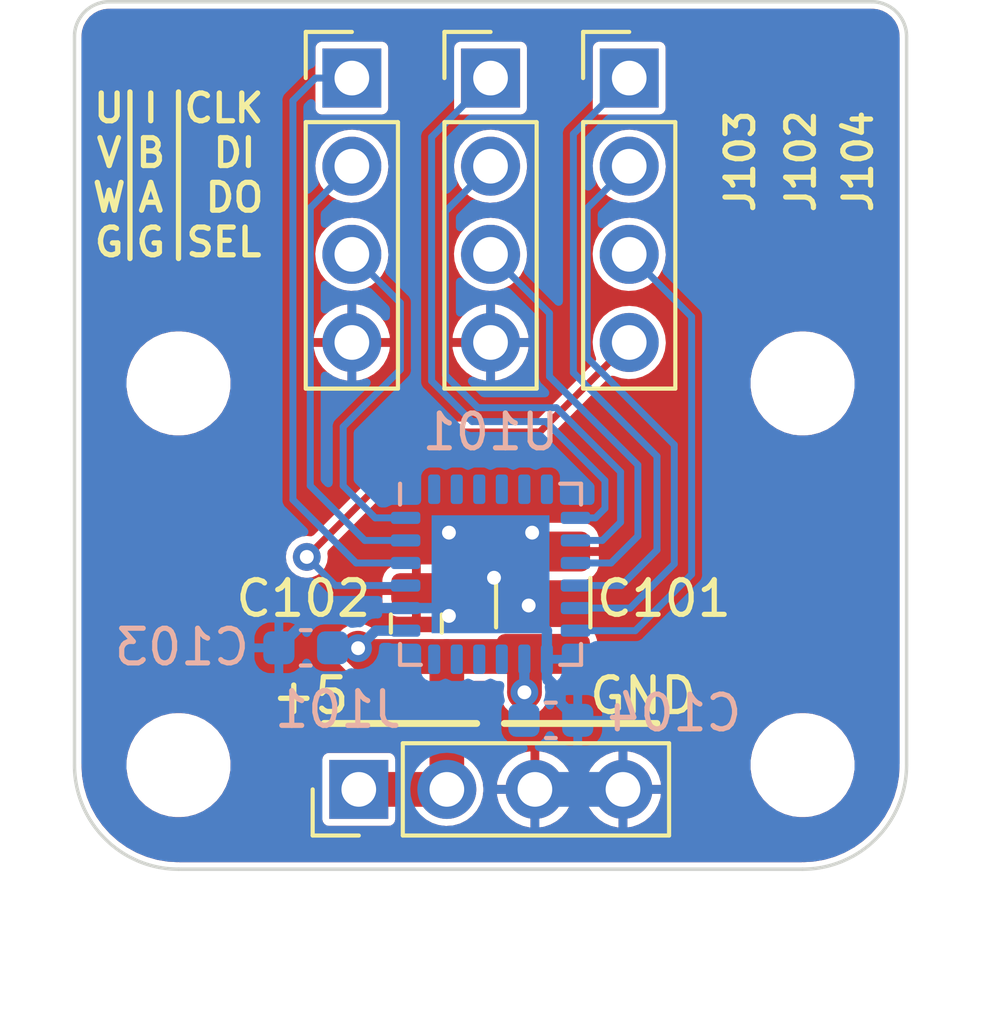
<source format=kicad_pcb>
(kicad_pcb (version 20211014) (generator pcbnew)
  (layers (0 "F.Cu" signal) (31 "B.Cu" signal) (34 "B.Paste" user) (35 "F.Paste" user) (36 "B.SilkS" user "B.Silkscreen") (37 "F.SilkS" user "F.Silkscreen") (38 "B.Mask" user) (39 "F.Mask" user) (44 "Edge.Cuts" user))
  (net 0 "")
  (net 1 "+5V")
  (net 2 "GND")
  (net 3 "Net-(J102-Pad1)")
  (net 4 "Net-(J102-Pad2)")
  (net 5 "Net-(J102-Pad3)")
  (net 6 "Net-(J103-Pad1)")
  (net 7 "Net-(J103-Pad2)")
  (net 8 "Net-(J103-Pad3)")
  (net 9 "Net-(J104-Pad1)")
  (net 10 "Net-(J104-Pad2)")
  (net 11 "Net-(J104-Pad3)")
  (net 12 "Net-(J104-Pad4)")
  (footprint "Capacitor_SMD:C_0805_2012Metric" (layer "F.Cu") (at 106.86 56.92 90)
    (fp_text reference "C102" (at 0.72 -3.26 180) (layer "F.SilkS"))
    (fp_text value "100n")
    (fp_line (start -0.261252 0.735) (end 0.261252 0.735) (layer "F.SilkS") (width 0.12))
    (fp_line (start -0.261252 -0.735) (end 0.261252 -0.735) (layer "F.SilkS") (width 0.12))
    (pad "1" smd roundrect (at -0.95 0 90) (size 1 1.45) (layers "F.Cu" "F.Paste" "F.Mask") (net 1 "+5V"))
    (pad "2" smd roundrect (at 0.95 0 90) (size 1 1.45) (layers "F.Cu" "F.Paste" "F.Mask") (net 2 "GND"))
  )
  (footprint "MountingHole:MountingHole_2.5mm" (layer "F.Cu") (at 118 61)
    (fp_text reference "H104" hide)
    (fp_text value "MountingHole")
    (pad "" np_thru_hole circle (at 0 0) (size 2.5 2.5) (drill 2.5) (layers *.Cu *.Mask))
  )
  (footprint "Capacitor_SMD:C_1210_3225Metric" (layer "F.Cu") (at 110.52 56.32 90)
    (fp_text reference "C101" (at 0.12 3.48 180) (layer "F.SilkS"))
    (fp_text value "10uF")
    (fp_line (start -0.711252 1.36) (end 0.711252 1.36) (layer "F.SilkS") (width 0.12))
    (fp_line (start -0.711252 -1.36) (end 0.711252 -1.36) (layer "F.SilkS") (width 0.12))
    (pad "1" smd roundrect (at -1.475 0 90) (size 1.15 2.7) (layers "F.Cu" "F.Paste" "F.Mask") (roundrect_rratio 0.2173913043) (net 1 "+5V"))
    (pad "2" smd roundrect (at 1.475 0 90) (size 1.15 2.7) (layers "F.Cu" "F.Paste" "F.Mask") (roundrect_rratio 0.2173913043) (net 2 "GND"))
  )
  (footprint "MountingHole:MountingHole_2.5mm" (layer "F.Cu") (at 100 50)
    (fp_text reference "H102" hide)
    (fp_text value "MountingHole")
    (pad "" np_thru_hole circle (at 0 0) (size 2.5 2.5) (drill 2.5) (layers *.Cu *.Mask))
  )
  (footprint "Connector_PinHeader_2.54mm:PinHeader_1x04_P2.54mm_Vertical" (layer "F.Cu") (at 105 41.2)
    (fp_text reference "J103" (at 11.2 2.4 90) (layer "F.SilkS") (effects (font (size 0.8 0.8))))
    (fp_text value "Conn_01x04_Male")
    (fp_line (start 1.33 1.27) (end 1.33 8.95) (layer "F.SilkS") (width 0.12))
    (fp_line (start -1.33 0) (end -1.33 -1.33) (layer "F.SilkS") (width 0.12))
    (fp_line (start -1.33 1.27) (end -1.33 8.95) (layer "F.SilkS") (width 0.12))
    (fp_line (start -1.33 8.95) (end 1.33 8.95) (layer "F.SilkS") (width 0.12))
    (fp_line (start -1.33 1.27) (end 1.33 1.27) (layer "F.SilkS") (width 0.12))
    (fp_line (start -1.33 -1.33) (end 0 -1.33) (layer "F.SilkS") (width 0.12))
    (pad "1" thru_hole rect (at 0 0) (size 1.7 1.7) (drill 1) (layers *.Cu *.Mask) (net 6 "Net-(J103-Pad1)"))
    (pad "2" thru_hole oval (at 0 2.54) (size 1.7 1.7) (drill 1) (layers *.Cu *.Mask) (net 7 "Net-(J103-Pad2)"))
    (pad "3" thru_hole oval (at 0 5.08) (size 1.7 1.7) (drill 1) (layers *.Cu *.Mask) (net 8 "Net-(J103-Pad3)"))
    (pad "4" thru_hole oval (at 0 7.62) (size 1.7 1.7) (drill 1) (layers *.Cu *.Mask) (net 2 "GND"))
  )
  (footprint "Connector_PinHeader_2.54mm:PinHeader_1x04_P2.54mm_Vertical" (layer "F.Cu") (at 105.2 61.7 90)
    (fp_text reference "J101" (at 2.3 -0.6 180) (layer "B.SilkS") (effects (justify mirror)))
    (fp_text value "Conn_01x04_Male")
    (fp_line (start -1.33 1.27) (end -1.33 8.95) (layer "F.SilkS") (width 0.12))
    (fp_line (start -1.33 8.95) (end 1.33 8.95) (layer "F.SilkS") (width 0.12))
    (fp_line (start 1.33 1.27) (end 1.33 8.95) (layer "F.SilkS") (width 0.12))
    (fp_line (start -1.33 0) (end -1.33 -1.33) (layer "F.SilkS") (width 0.12))
    (fp_line (start -1.33 1.27) (end 1.33 1.27) (layer "F.SilkS") (width 0.12))
    (fp_line (start -1.33 -1.33) (end 0 -1.33) (layer "F.SilkS") (width 0.12))
    (pad "1" thru_hole rect (at 0 0 90) (size 1.7 1.7) (drill 1) (layers *.Cu *.Mask) (net 1 "+5V"))
    (pad "2" thru_hole oval (at 0 2.54 90) (size 1.7 1.7) (drill 1) (layers *.Cu *.Mask) (net 1 "+5V"))
    (pad "3" thru_hole oval (at 0 5.08 90) (size 1.7 1.7) (drill 1) (layers *.Cu *.Mask) (net 2 "GND"))
    (pad "4" thru_hole oval (at 0 7.62 90) (size 1.7 1.7) (drill 1) (layers *.Cu *.Mask) (net 2 "GND"))
  )
  (footprint "Connector_PinHeader_2.54mm:PinHeader_1x04_P2.54mm_Vertical" (layer "F.Cu") (at 113 41.2)
    (fp_text reference "J104" (at 6.6 2.4 90) (layer "F.SilkS") (effects (font (size 0.8 0.8))))
    (fp_text value "Conn_01x04_Male")
    (fp_line (start -1.33 1.27) (end 1.33 1.27) (layer "F.SilkS") (width 0.12))
    (fp_line (start 1.33 1.27) (end 1.33 8.95) (layer "F.SilkS") (width 0.12))
    (fp_line (start -1.33 -1.33) (end 0 -1.33) (layer "F.SilkS") (width 0.12))
    (fp_line (start -1.33 8.95) (end 1.33 8.95) (layer "F.SilkS") (width 0.12))
    (fp_line (start -1.33 0) (end -1.33 -1.33) (layer "F.SilkS") (width 0.12))
    (fp_line (start -1.33 1.27) (end -1.33 8.95) (layer "F.SilkS") (width 0.12))
    (pad "1" thru_hole rect (at 0 0) (size 1.7 1.7) (drill 1) (layers *.Cu *.Mask) (net 9 "Net-(J104-Pad1)"))
    (pad "2" thru_hole oval (at 0 2.54) (size 1.7 1.7) (drill 1) (layers *.Cu *.Mask) (net 10 "Net-(J104-Pad2)"))
    (pad "3" thru_hole oval (at 0 5.08) (size 1.7 1.7) (drill 1) (layers *.Cu *.Mask) (net 11 "Net-(J104-Pad3)"))
    (pad "4" thru_hole oval (at 0 7.62) (size 1.7 1.7) (drill 1) (layers *.Cu *.Mask) (net 12 "Net-(J104-Pad4)"))
  )
  (footprint "Connector_PinHeader_2.54mm:PinHeader_1x04_P2.54mm_Vertical" (layer "F.Cu") (at 109 41.2)
    (fp_text reference "J102" (at 8.95 2.4 90) (layer "F.SilkS") (effects (font (size 0.8 0.8))))
    (fp_text value "Conn_01x04_Male")
    (fp_line (start -1.33 1.27) (end 1.33 1.27) (layer "F.SilkS") (width 0.12))
    (fp_line (start -1.33 -1.33) (end 0 -1.33) (layer "F.SilkS") (width 0.12))
    (fp_line (start 1.33 1.27) (end 1.33 8.95) (layer "F.SilkS") (width 0.12))
    (fp_line (start -1.33 1.27) (end -1.33 8.95) (layer "F.SilkS") (width 0.12))
    (fp_line (start -1.33 8.95) (end 1.33 8.95) (layer "F.SilkS") (width 0.12))
    (fp_line (start -1.33 0) (end -1.33 -1.33) (layer "F.SilkS") (width 0.12))
    (pad "1" thru_hole rect (at 0 0) (size 1.7 1.7) (drill 1) (layers *.Cu *.Mask) (net 3 "Net-(J102-Pad1)"))
    (pad "2" thru_hole oval (at 0 2.54) (size 1.7 1.7) (drill 1) (layers *.Cu *.Mask) (net 4 "Net-(J102-Pad2)"))
    (pad "3" thru_hole oval (at 0 5.08) (size 1.7 1.7) (drill 1) (layers *.Cu *.Mask) (net 5 "Net-(J102-Pad3)"))
    (pad "4" thru_hole oval (at 0 7.62) (size 1.7 1.7) (drill 1) (layers *.Cu *.Mask) (net 2 "GND"))
  )
  (footprint "MountingHole:MountingHole_2.5mm" (layer "F.Cu") (at 100 61)
    (fp_text reference "H103" hide)
    (fp_text value "MountingHole")
    (pad "" np_thru_hole circle (at 0 0) (size 2.5 2.5) (drill 2.5) (layers *.Cu *.Mask))
  )
  (footprint "MountingHole:MountingHole_2.5mm" (layer "F.Cu") (at 118 50)
    (fp_text reference "H101" hide)
    (fp_text value "MountingHole")
    (pad "" np_thru_hole circle (at 0 0) (size 2.5 2.5) (drill 2.5) (layers *.Cu *.Mask))
  )
  (footprint "Capacitor_SMD:C_0603_1608Metric" (layer "B.Cu") (at 110.74 59.71)
    (fp_text reference "C104" (at 3.56 -0.21) (layer "B.SilkS") (effects (justify mirror)))
    (fp_text value "100n")
    (fp_line (start -0.14058 -0.51) (end 0.14058 -0.51) (layer "B.SilkS") (width 0.12))
    (fp_line (start -0.14058 0.51) (end 0.14058 0.51) (layer "B.SilkS") (width 0.12))
    (pad "1" smd roundrect (at -0.775 0) (size 0.9 0.95) (layers "B.Cu" "B.Paste" "B.Mask") (net 1 "+5V"))
    (pad "2" smd roundrect (at 0.775 0) (size 0.9 0.95) (layers "B.Cu" "B.Paste" "B.Mask") (net 2 "GND"))
  )
  (footprint "Package_DFN_QFN:QFN-24-1EP_5x5mm_P0.65mm_EP3.4x3.4mm" (layer "B.Cu") (at 109 55.5 -90)
    (fp_text reference "U101" (at -4.1 0 180) (layer "B.SilkS") (effects (justify mirror)))
    (fp_text value "AEAT-8811")
    (fp_line (start -2.01 2.61) (end -2.61 2.61) (layer "B.SilkS") (width 0.12))
    (fp_line (start -2.01 -2.61) (end -2.61 -2.61) (layer "B.SilkS") (width 0.12))
    (fp_line (start 2.01 2.61) (end 2.61 2.61) (layer "B.SilkS") (width 0.12))
    (fp_line (start 2.61 -2.61) (end 2.61 -2.01) (layer "B.SilkS") (width 0.12))
    (fp_line (start -2.61 -2.61) (end -2.61 -2.01) (layer "B.SilkS") (width 0.12))
    (fp_line (start 2.61 2.61) (end 2.61 2.01) (layer "B.SilkS") (width 0.12))
    (fp_line (start 2.01 -2.61) (end 2.61 -2.61) (layer "B.SilkS") (width 0.12))
    (pad "1" smd roundrect (at -2.45 1.625 270) (size 0.85 0.35) (layers "B.Cu" "B.Paste" "B.Mask"))
    (pad "2" smd roundrect (at -2.45 0.975 270) (size 0.85 0.35) (layers "B.Cu" "B.Paste" "B.Mask"))
    (pad "3" smd roundrect (at -2.45 0.325 270) (size 0.85 0.35) (layers "B.Cu" "B.Paste" "B.Mask"))
    (pad "4" smd roundrect (at -2.45 -0.325 270) (size 0.85 0.35) (layers "B.Cu" "B.Paste" "B.Mask"))
    (pad "5" smd roundrect (at -2.45 -0.975 270) (size 0.85 0.35) (layers "B.Cu" "B.Paste" "B.Mask"))
    (pad "6" smd roundrect (at -2.45 -1.625 270) (size 0.85 0.35) (layers "B.Cu" "B.Paste" "B.Mask"))
    (pad "7" smd roundrect (at -1.625 -2.45 180) (size 0.85 0.35) (layers "B.Cu" "B.Paste" "B.Mask") (net 3 "Net-(J102-Pad1)"))
    (pad "8" smd roundrect (at -0.975 -2.45 180) (size 0.85 0.35) (layers "B.Cu" "B.Paste" "B.Mask") (net 4 "Net-(J102-Pad2)"))
    (pad "9" smd roundrect (at -0.325 -2.45 180) (size 0.85 0.35) (layers "B.Cu" "B.Paste" "B.Mask") (net 5 "Net-(J102-Pad3)"))
    (pad "10" smd roundrect (at 0.325 -2.45 180) (size 0.85 0.35) (layers "B.Cu" "B.Paste" "B.Mask") (net 9 "Net-(J104-Pad1)"))
    (pad "11" smd roundrect (at 0.975 -2.45 180) (size 0.85 0.35) (layers "B.Cu" "B.Paste" "B.Mask") (net 10 "Net-(J104-Pad2)"))
    (pad "12" smd roundrect (at 1.625 -2.45 180) (size 0.85 0.35) (layers "B.Cu" "B.Paste" "B.Mask") (net 11 "Net-(J104-Pad3)"))
    (pad "13" smd roundrect (at 2.45 -1.625 270) (size 0.85 0.35) (layers "B.Cu" "B.Paste" "B.Mask") (net 2 "GND"))
    (pad "14" smd roundrect (at 2.45 -0.975 270) (size 0.85 0.35) (layers "B.Cu" "B.Paste" "B.Mask") (net 1 "+5V"))
    (pad "15" smd roundrect (at 2.45 -0.325 270) (size 0.85 0.35) (layers "B.Cu" "B.Paste" "B.Mask"))
    (pad "16" smd roundrect (at 2.45 0.325 270) (size 0.85 0.35) (layers "B.Cu" "B.Paste" "B.Mask"))
    (pad "17" smd roundrect (at 2.45 0.975 270) (size 0.85 0.35) (layers "B.Cu" "B.Paste" "B.Mask"))
    (pad "18" smd roundrect (at 2.45 1.625 270) (size 0.85 0.35) (layers "B.Cu" "B.Paste" "B.Mask"))
    (pad "19" smd roundrect (at 1.625 2.45 180) (size 0.85 0.35) (layers "B.Cu" "B.Paste" "B.Mask") (net 1 "+5V"))
    (pad "20" smd roundrect (at 0.975 2.45 180) (size 0.85 0.35) (layers "B.Cu" "B.Paste" "B.Mask") (net 2 "GND"))
    (pad "21" smd roundrect (at 0.325 2.45 180) (size 0.85 0.35) (layers "B.Cu" "B.Paste" "B.Mask") (net 12 "Net-(J104-Pad4)"))
    (pad "22" smd roundrect (at -0.325 2.45 180) (size 0.85 0.35) (layers "B.Cu" "B.Paste" "B.Mask") (net 6 "Net-(J103-Pad1)"))
    (pad "23" smd roundrect (at -0.975 2.45 180) (size 0.85 0.35) (layers "B.Cu" "B.Paste" "B.Mask") (net 7 "Net-(J103-Pad2)"))
    (pad "24" smd roundrect (at -1.625 2.45 180) (size 0.85 0.35) (layers "B.Cu" "B.Paste" "B.Mask") (net 8 "Net-(J103-Pad3)"))
    (pad "25" smd rect (at 0 0 270) (size 3.4 3.4) (layers "B.Cu" "B.Mask") (net 2 "GND"))
  )
  (footprint "Capacitor_SMD:C_0603_1608Metric" (layer "B.Cu") (at 103.67 57.62 180)
    (fp_text reference "C103" (at 3.57 0.02) (layer "B.SilkS") (effects (justify mirror)))
    (fp_text value "100n")
    (fp_line (start -0.14058 -0.51) (end 0.14058 -0.51) (layer "B.SilkS") (width 0.12))
    (fp_line (start -0.14058 0.51) (end 0.14058 0.51) (layer "B.SilkS") (width 0.12))
    (pad "1" smd roundrect (at -0.775 0 180) (size 0.9 0.95) (layers "B.Cu" "B.Paste" "B.Mask") (net 1 "+5V"))
    (pad "2" smd roundrect (at 0.775 0 180) (size 0.9 0.95) (layers "B.Cu" "B.Paste" "B.Mask") (net 2 "GND"))
  )
  (gr_line (start 109.4 59.8) (end 113.8 59.8) (layer "F.SilkS") (width 0.2))
  (gr_line (start 98.6 41.6) (end 98.6 46.4) (layer "F.SilkS") (width 0.153))
  (gr_line (start 104.2 59.8) (end 108.6 59.8) (layer "F.SilkS") (width 0.2))
  (gr_line (start 100 41.6) (end 100 46.4) (layer "F.SilkS") (width 0.153))
  (gr_arc (start 120 39) (mid 120.707107 39.292893) (end 121 40) (layer "Edge.Cuts") (width 0.1))
  (gr_arc (start 121 61) (mid 120.12132 63.12132) (end 118 64) (layer "Edge.Cuts") (width 0.1))
  (gr_arc (start 97 40) (mid 97.292893 39.292893) (end 98 39) (layer "Edge.Cuts") (width 0.1))
  (gr_line (start 120 39) (end 98 39) (layer "Edge.Cuts") (width 0.1))
  (gr_line (start 100 64) (end 118 64) (layer "Edge.Cuts") (width 0.1))
  (gr_line (start 121 61) (end 121 40) (layer "Edge.Cuts") (width 0.1))
  (gr_arc (start 100 64) (mid 97.87868 63.12132) (end 97 61) (layer "Edge.Cuts") (width 0.1))
  (gr_line (start 97 40) (end 97 61) (layer "Edge.Cuts") (width 0.1))
  (gr_text "CLK\n DI\n DO\nSEL" (at 101.31 44) (layer "F.SilkS") (effects (font (size 0.8 0.8) (thickness 0.153))))
  (gr_text "GND" (at 113.4 59) (layer "F.SilkS") (effects (font (size 1 1) (thickness 0.153))))
  (gr_text "+5" (at 103.8 59) (layer "F.SilkS") (effects (font (size 1 1) (thickness 0.153))))
  (gr_text "I\nB\nA\nG" (at 99.2 44) (layer "F.SilkS") (effects (font (size 0.8 0.8) (thickness 0.153))))
  (gr_text "U\nV\nW\nG" (at 98 44) (layer "F.SilkS") (effects (font (size 0.8 0.8) (thickness 0.153))))
  (segment (start 110.445 57.87) (end 110.52 57.795) (width 1) (layer "F.Cu") (net 1))
  (segment (start 107.74 57.88) (end 107.73 57.87) (width 1) (layer "F.Cu") (net 1))
  (segment (start 109.98 58.335) (end 110.52 57.795) (width 0.25) (layer "F.Cu") (net 1))
  (segment (start 107.74 61.7) (end 105.2 61.7) (width 1) (layer "F.Cu") (net 1))
  (segment (start 107.74 61) (end 107.74 57.88) (width 1) (layer "F.Cu") (net 1))
  (segment (start 109.98 58.898765) (end 109.977051 58.901714) (width 1) (layer "F.Cu") (net 1))
  (segment (start 105.42 57.87) (end 106.86 57.87) (width 1) (layer "F.Cu") (net 1))
  (segment (start 107.73 57.87) (end 110.445 57.87) (width 1) (layer "F.Cu") (net 1))
  (segment (start 109.98 58.335) (end 109.98 58.898765) (width 1) (layer "F.Cu") (net 1))
  (segment (start 106.86 57.87) (end 107.73 57.87) (width 1) (layer "F.Cu") (net 1))
  (segment (start 105.18 57.63) (end 105.42 57.87) (width 1) (layer "F.Cu") (net 1))
  (via (at 105.18 57.63) (size 0.8) (drill 0.4) (layers "F.Cu" "B.Cu") (net 1))
  (via (at 109.977051 58.901714) (size 0.8) (drill 0.4) (layers "F.Cu" "B.Cu") (net 1))
  (segment (start 106.55 57.125) (end 105.685 57.125) (width 0.3) (layer "B.Cu") (net 1))
  (segment (start 109.935 58.943765) (end 109.977051 58.901714) (width 0.25) (layer "B.Cu") (net 1))
  (segment (start 105.685 57.125) (end 105.18 57.63) (width 0.3) (layer "B.Cu") (net 1))
  (segment (start 109.935 59.71) (end 109.935 58.943765) (width 0.25) (layer "B.Cu") (net 1))
  (segment (start 109.977051 58.897051) (end 109.977051 58.901714) (width 0.25) (layer "B.Cu") (net 1))
  (segment (start 109.975 57.95) (end 109.975 58.895) (width 0.3) (layer "B.Cu") (net 1))
  (segment (start 109.975 58.895) (end 109.977051 58.897051) (width 0.25) (layer "B.Cu") (net 1))
  (segment (start 105.18 57.63) (end 104.465 57.63) (width 0.3) (layer "B.Cu") (net 1))
  (via (at 109.1 55.6) (size 0.8) (drill 0.4) (layers "F.Cu" "B.Cu") (net 2))
  (via (at 110.2 54.3) (size 0.8) (drill 0.4) (layers "F.Cu" "B.Cu") (net 2))
  (via (at 110.1 56.4) (size 0.8) (drill 0.4) (layers "F.Cu" "B.Cu") (net 2))
  (via (at 107.8 56.7) (size 0.8) (drill 0.4) (layers "F.Cu" "B.Cu") (net 2))
  (via (at 107.8 54.3) (size 0.8) (drill 0.4) (layers "F.Cu" "B.Cu") (net 2))
  (segment (start 110.625 57.125) (end 109 55.5) (width 0.3) (layer "B.Cu") (net 2))
  (segment (start 110.625 57.95) (end 110.625 57.125) (width 0.3) (layer "B.Cu") (net 2))
  (segment (start 107.575 56.475) (end 107.8 56.7) (width 0.2) (layer "B.Cu") (net 2))
  (segment (start 104.04 56.475) (end 102.895 57.62) (width 0.3) (layer "B.Cu") (net 2))
  (segment (start 106.55 56.475) (end 107.575 56.475) (width 0.3) (layer "B.Cu") (net 2))
  (segment (start 110.28 61.7) (end 112.82 61.7) (width 1) (layer "B.Cu") (net 2))
  (segment (start 106.55 56.475) (end 104.04 56.475) (width 0.3) (layer "B.Cu") (net 2))
  (segment (start 111.02 59.215) (end 111.515 59.71) (width 0.3) (layer "B.Cu") (net 2))
  (segment (start 110.625 57.95) (end 110.625 58.485) (width 0.3) (layer "B.Cu") (net 2))
  (segment (start 111.02 58.88) (end 111.02 59.215) (width 0.3) (layer "B.Cu") (net 2))
  (segment (start 110.625 58.485) (end 111.02 58.88) (width 0.3) (layer "B.Cu") (net 2))
  (segment (start 108.47004 51.1) (end 107.3 49.92996) (width 0.2) (layer "B.Cu") (net 3))
  (segment (start 111.45 53.875) (end 112.025 53.875) (width 0.2) (layer "B.Cu") (net 3))
  (segment (start 107.3 42.9) (end 109 41.2) (width 0.2) (layer "B.Cu") (net 3))
  (segment (start 110.6 51.1) (end 108.47004 51.1) (width 0.2) (layer "B.Cu") (net 3))
  (segment (start 112.3 53.6) (end 112.3 52.8) (width 0.2) (layer "B.Cu") (net 3))
  (segment (start 112.025 53.875) (end 112.3 53.6) (width 0.2) (layer "B.Cu") (net 3))
  (segment (start 112.3 52.8) (end 110.6 51.1) (width 0.2) (layer "B.Cu") (net 3))
  (segment (start 107.3 49.92996) (end 107.3 42.9) (width 0.2) (layer "B.Cu") (net 3))
  (segment (start 108.635519 50.700499) (end 107.699501 49.764481) (width 0.2) (layer "B.Cu") (net 4))
  (segment (start 107.699501 45.040499) (end 109 43.74) (width 0.2) (layer "B.Cu") (net 4))
  (segment (start 110.900499 50.700499) (end 108.635519 50.700499) (width 0.2) (layer "B.Cu") (net 4))
  (segment (start 112.75 54) (end 112.75 52.55) (width 0.2) (layer "B.Cu") (net 4))
  (segment (start 112.225 54.525) (end 112.75 54) (width 0.2) (layer "B.Cu") (net 4))
  (segment (start 112.75 52.55) (end 110.900499 50.700499) (width 0.2) (layer "B.Cu") (net 4))
  (segment (start 107.699501 49.764481) (end 107.699501 45.040499) (width 0.2) (layer "B.Cu") (net 4))
  (segment (start 111.45 54.525) (end 112.225 54.525) (width 0.2) (layer "B.Cu") (net 4))
  (segment (start 111.45 55.175) (end 112.475 55.175) (width 0.2) (layer "B.Cu") (net 5))
  (segment (start 110.7 47.98) (end 109 46.28) (width 0.2) (layer "B.Cu") (net 5))
  (segment (start 112.475 55.175) (end 113.25 54.4) (width 0.2) (layer "B.Cu") (net 5))
  (segment (start 113.25 52.35) (end 110.7 49.8) (width 0.2) (layer "B.Cu") (net 5))
  (segment (start 113.25 54.4) (end 113.25 52.35) (width 0.2) (layer "B.Cu") (net 5))
  (segment (start 110.7 49.8) (end 110.7 47.98) (width 0.2) (layer "B.Cu") (net 5))
  (segment (start 106.55 55.175) (end 105.125 55.175) (width 0.2) (layer "B.Cu") (net 6))
  (segment (start 105.125 55.175) (end 103.300499 53.350499) (width 0.2) (layer "B.Cu") (net 6))
  (segment (start 103.95 41.2) (end 105 41.2) (width 0.2) (layer "B.Cu") (net 6))
  (segment (start 103.300499 41.849501) (end 103.95 41.2) (width 0.2) (layer "B.Cu") (net 6))
  (segment (start 103.300499 53.350499) (end 103.300499 41.849501) (width 0.2) (layer "B.Cu") (net 6))
  (segment (start 105.375 54.525) (end 103.8 52.95) (width 0.2) (layer "B.Cu") (net 7))
  (segment (start 106.55 54.525) (end 105.375 54.525) (width 0.2) (layer "B.Cu") (net 7))
  (segment (start 103.8 52.95) (end 103.8 44.94) (width 0.2) (layer "B.Cu") (net 7))
  (segment (start 103.8 44.94) (end 105 43.74) (width 0.2) (layer "B.Cu") (net 7))
  (segment (start 106.55 53.875) (end 105.675 53.875) (width 0.2) (layer "B.Cu") (net 8))
  (segment (start 104.75 51.25) (end 106.4 49.6) (width 0.2) (layer "B.Cu") (net 8))
  (segment (start 105.675 53.875) (end 104.75 52.95) (width 0.2) (layer "B.Cu") (net 8))
  (segment (start 106.4 47.68) (end 105 46.28) (width 0.2) (layer "B.Cu") (net 8))
  (segment (start 104.75 52.95) (end 104.75 51.25) (width 0.2) (layer "B.Cu") (net 8))
  (segment (start 106.4 49.6) (end 106.4 47.68) (width 0.2) (layer "B.Cu") (net 8))
  (segment (start 112.775 55.825) (end 113.8 54.8) (width 0.2) (layer "B.Cu") (net 9))
  (segment (start 111.389461 42.810539) (end 113 41.2) (width 0.2) (layer "B.Cu") (net 9))
  (segment (start 113.8 52.1) (end 111.389461 49.689461) (width 0.2) (layer "B.Cu") (net 9))
  (segment (start 113.8 54.8) (end 113.8 52.1) (width 0.2) (layer "B.Cu") (net 9))
  (segment (start 111.389461 49.689461) (end 111.389461 42.810539) (width 0.2) (layer "B.Cu") (net 9))
  (segment (start 111.45 55.825) (end 112.775 55.825) (width 0.2) (layer "B.Cu") (net 9))
  (segment (start 113.025 56.475) (end 114.3 55.2) (width 0.2) (layer "B.Cu") (net 10))
  (segment (start 114.3 55.2) (end 114.3 51.77004) (width 0.2) (layer "B.Cu") (net 10))
  (segment (start 111.788962 44.951038) (end 113 43.74) (width 0.2) (layer "B.Cu") (net 10))
  (segment (start 114.3 51.77004) (end 111.788962 49.259002) (width 0.2) (layer "B.Cu") (net 10))
  (segment (start 111.788962 49.259002) (end 111.788962 44.951038) (width 0.2) (layer "B.Cu") (net 10))
  (segment (start 111.45 56.475) (end 113.025 56.475) (width 0.2) (layer "B.Cu") (net 10))
  (segment (start 114.8 55.5) (end 114.8 48.08) (width 0.2) (layer "B.Cu") (net 11))
  (segment (start 114.8 48.08) (end 113 46.28) (width 0.2) (layer "B.Cu") (net 11))
  (segment (start 111.45 57.125) (end 113.175 57.125) (width 0.2) (layer "B.Cu") (net 11))
  (segment (start 113.175 57.125) (end 114.8 55.5) (width 0.2) (layer "B.Cu") (net 11))
  (segment (start 107.3 51.4) (end 103.7 55) (width 0.2) (layer "F.Cu") (net 12))
  (segment (start 113 48.82) (end 110.42 51.4) (width 0.2) (layer "F.Cu") (net 12))
  (segment (start 110.42 51.4) (end 107.3 51.4) (width 0.2) (layer "F.Cu") (net 12))
  (via (at 103.7 55) (size 0.8) (drill 0.4) (layers "F.Cu" "B.Cu") (net 12))
  (segment (start 106.55 55.825) (end 104.525 55.825) (width 0.2) (layer "B.Cu") (net 12))
  (segment (start 104.525 55.825) (end 103.7 55) (width 0.2) (layer "B.Cu") (net 12))
  (zone (net 2) (net_name "GND") (layers F&B.Cu) (connect_pads (clearance 0.2)) (min_thickness 0.254) (fill yes (thermal_gap 0.254) (thermal_bridge_width 0.254))
    (polygon (pts (xy 121 64) (xy 97 64.1) (xy 97 39) (xy 121 39)))
  )
)
</source>
